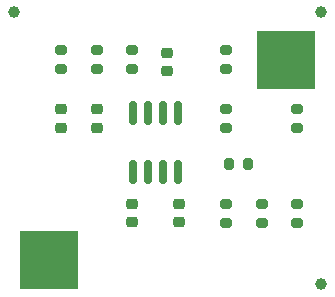
<source format=gbr>
%TF.GenerationSoftware,KiCad,Pcbnew,8.0.3*%
%TF.CreationDate,2025-04-22T23:10:12+03:00*%
%TF.ProjectId,mihai555,6d696861-6935-4353-952e-6b696361645f,rev?*%
%TF.SameCoordinates,Original*%
%TF.FileFunction,Paste,Top*%
%TF.FilePolarity,Positive*%
%FSLAX46Y46*%
G04 Gerber Fmt 4.6, Leading zero omitted, Abs format (unit mm)*
G04 Created by KiCad (PCBNEW 8.0.3) date 2025-04-22 23:10:12*
%MOMM*%
%LPD*%
G01*
G04 APERTURE LIST*
G04 Aperture macros list*
%AMRoundRect*
0 Rectangle with rounded corners*
0 $1 Rounding radius*
0 $2 $3 $4 $5 $6 $7 $8 $9 X,Y pos of 4 corners*
0 Add a 4 corners polygon primitive as box body*
4,1,4,$2,$3,$4,$5,$6,$7,$8,$9,$2,$3,0*
0 Add four circle primitives for the rounded corners*
1,1,$1+$1,$2,$3*
1,1,$1+$1,$4,$5*
1,1,$1+$1,$6,$7*
1,1,$1+$1,$8,$9*
0 Add four rect primitives between the rounded corners*
20,1,$1+$1,$2,$3,$4,$5,0*
20,1,$1+$1,$4,$5,$6,$7,0*
20,1,$1+$1,$6,$7,$8,$9,0*
20,1,$1+$1,$8,$9,$2,$3,0*%
G04 Aperture macros list end*
%ADD10RoundRect,0.200000X0.275000X-0.200000X0.275000X0.200000X-0.275000X0.200000X-0.275000X-0.200000X0*%
%ADD11C,1.000000*%
%ADD12RoundRect,0.200000X-0.275000X0.200000X-0.275000X-0.200000X0.275000X-0.200000X0.275000X0.200000X0*%
%ADD13RoundRect,0.225000X0.250000X-0.225000X0.250000X0.225000X-0.250000X0.225000X-0.250000X-0.225000X0*%
%ADD14R,5.000000X5.000000*%
%ADD15RoundRect,0.150000X-0.150000X0.825000X-0.150000X-0.825000X0.150000X-0.825000X0.150000X0.825000X0*%
%ADD16RoundRect,0.200000X-0.200000X-0.275000X0.200000X-0.275000X0.200000X0.275000X-0.200000X0.275000X0*%
%ADD17RoundRect,0.218750X-0.256250X0.218750X-0.256250X-0.218750X0.256250X-0.218750X0.256250X0.218750X0*%
%ADD18RoundRect,0.225000X-0.250000X0.225000X-0.250000X-0.225000X0.250000X-0.225000X0.250000X0.225000X0*%
%ADD19RoundRect,0.218750X0.256250X-0.218750X0.256250X0.218750X-0.256250X0.218750X-0.256250X-0.218750X0*%
G04 APERTURE END LIST*
D10*
%TO.C,R9*%
X54000000Y-78825000D03*
X54000000Y-77175000D03*
%TD*%
%TO.C,R2*%
X68000000Y-91875000D03*
X68000000Y-90225000D03*
%TD*%
D11*
%TO.C,REF\u002A\u002A*%
X73000000Y-74000000D03*
%TD*%
D10*
%TO.C,R5*%
X71000000Y-83825000D03*
X71000000Y-82175000D03*
%TD*%
D12*
%TO.C,RL1*%
X57000000Y-77175000D03*
X57000000Y-78825000D03*
%TD*%
D13*
%TO.C,C1*%
X60000000Y-79000000D03*
X60000000Y-77450000D03*
%TD*%
D10*
%TO.C,R6*%
X65000000Y-83825000D03*
X65000000Y-82175000D03*
%TD*%
%TO.C,R7*%
X65000000Y-78825000D03*
X65000000Y-77175000D03*
%TD*%
D12*
%TO.C,R8*%
X51000000Y-77175000D03*
X51000000Y-78825000D03*
%TD*%
D10*
%TO.C,R1*%
X71000000Y-91875000D03*
X71000000Y-90225000D03*
%TD*%
D14*
%TO.C,REF\u002A\u002A*%
X50000000Y-95000000D03*
%TD*%
D15*
%TO.C,U1*%
X60905000Y-82525000D03*
X59635000Y-82525000D03*
X58365000Y-82525000D03*
X57095000Y-82525000D03*
X57095000Y-87475000D03*
X58365000Y-87475000D03*
X59635000Y-87475000D03*
X60905000Y-87475000D03*
%TD*%
D16*
%TO.C,R4*%
X65175000Y-86825000D03*
X66825000Y-86825000D03*
%TD*%
D11*
%TO.C,REF\u002A\u002A*%
X47000000Y-74000000D03*
%TD*%
D14*
%TO.C,REF\u002A\u002A*%
X70000000Y-78000000D03*
%TD*%
D17*
%TO.C,D2*%
X54000000Y-82212500D03*
X54000000Y-83787500D03*
%TD*%
D18*
%TO.C,CC2*%
X57000000Y-90225000D03*
X57000000Y-91775000D03*
%TD*%
D10*
%TO.C,R3*%
X65000000Y-91875000D03*
X65000000Y-90225000D03*
%TD*%
D18*
%TO.C,CC1*%
X61000000Y-90225000D03*
X61000000Y-91775000D03*
%TD*%
D11*
%TO.C,REF\u002A\u002A*%
X73000000Y-97000000D03*
%TD*%
D19*
%TO.C,D1*%
X51000000Y-83787500D03*
X51000000Y-82212500D03*
%TD*%
M02*

</source>
